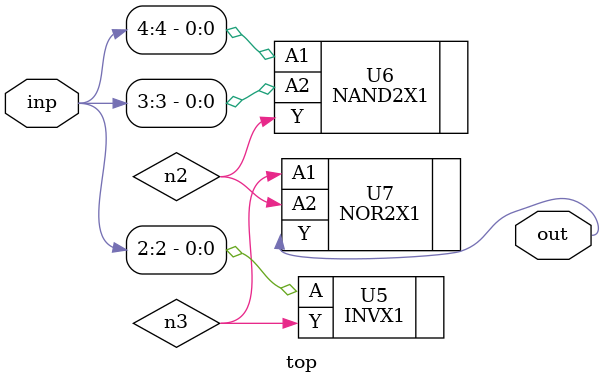
<source format=sv>


module top ( inp, out );
  input [4:0] inp;
  output out;
  wire   n2, n3;

  INVX1 U5 ( .A(inp[2]), .Y(n3) );
  NAND2X1 U6 ( .A1(inp[4]), .A2(inp[3]), .Y(n2) );
  NOR2X1 U7 ( .A1(n3), .A2(n2), .Y(out) );
endmodule


</source>
